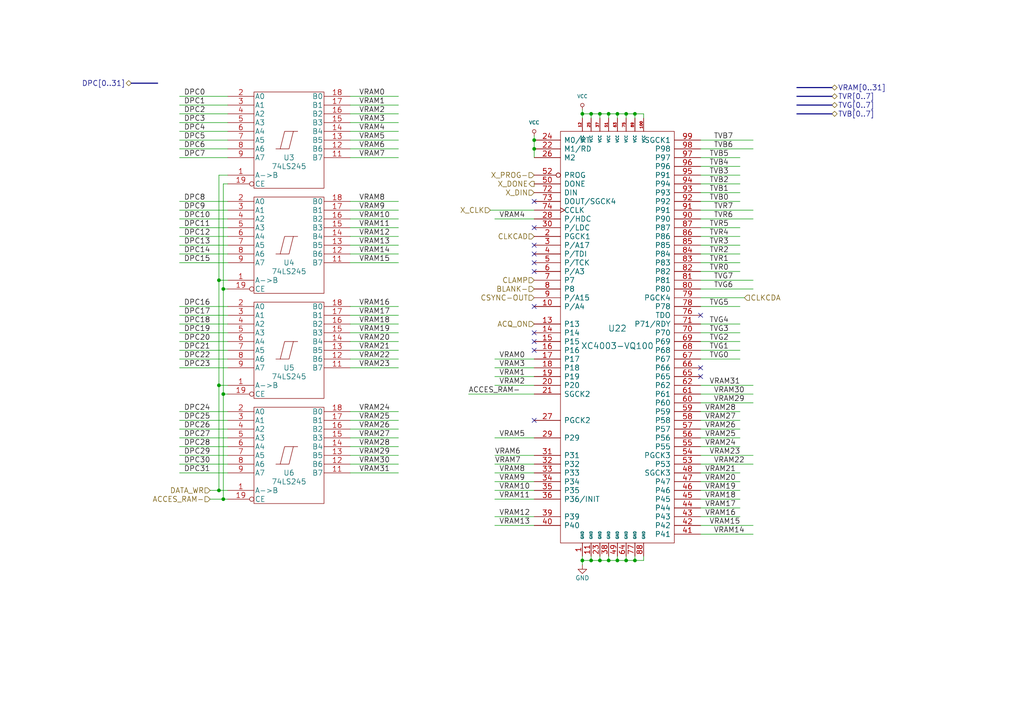
<source format=kicad_sch>
(kicad_sch (version 20250114) (generator "eeschema") (generator_version "9.0")
  (paper "A4")
  (title_block (title "Video") (date "Sun 22 Mar 2015") (rev "2.0B") (company "Kicad EDA"))
  (lib_symbols
    (symbol "74LS245_1" (pin_names (offset 0.254))
      (property "Reference" "U" (at 2.54 14.605 0))
      (property "Value" "74LS245" (at 1.27 -14.605 0))
      (symbol "74LS245_1_0_0"
        (pin power_in line (at 0 13.97 270) (length 0) (hide yes) (name "VCC") (number "20"))
        (pin power_in line (at 0 -13.97 90) (length 0) (hide yes) (name "GND") (number "10"))
      )
      (symbol "74LS245_1_0_1"
        (rectangle (start -10.16 13.97) (end 10.16 -13.97))
        (polyline (pts (xy 1.27 2.54) (xy 0 -2.54) (xy -2.54 -2.54)))
        (polyline (pts (xy 2.54 2.54) (xy -1.27 2.54) (xy -2.54 -2.54) (xy -3.81 -2.54)))
      )
      (symbol "74LS245_1_1_1"
        (pin tri_state line (at -17.78 12.7 0) (length 7.62) (name "A0") (number "2"))
        (pin tri_state line (at -17.78 10.16 0) (length 7.62) (name "A1") (number "3"))
        (pin tri_state line (at -17.78 7.62 0) (length 7.62) (name "A2") (number "4"))
        (pin tri_state line (at -17.78 5.08 0) (length 7.62) (name "A3") (number "5"))
        (pin tri_state line (at -17.78 2.54 0) (length 7.62) (name "A4") (number "6"))
        (pin tri_state line (at -17.78 0 0) (length 7.62) (name "A5") (number "7"))
        (pin tri_state line (at -17.78 -2.54 0) (length 7.62) (name "A6") (number "8"))
        (pin tri_state line (at -17.78 -5.08 0) (length 7.62) (name "A7") (number "9"))
        (pin input line (at -17.78 -10.16 0) (length 7.62) (name "A->B") (number "1"))
        (pin input inverted (at -17.78 -12.7 0) (length 7.62) (name "CE") (number "19"))
        (pin tri_state line (at 17.78 12.7 180) (length 7.62) (name "B0") (number "18"))
        (pin tri_state line (at 17.78 10.16 180) (length 7.62) (name "B1") (number "17"))
        (pin tri_state line (at 17.78 7.62 180) (length 7.62) (name "B2") (number "16"))
        (pin tri_state line (at 17.78 5.08 180) (length 7.62) (name "B3") (number "15"))
        (pin tri_state line (at 17.78 2.54 180) (length 7.62) (name "B4") (number "14"))
        (pin tri_state line (at 17.78 0 180) (length 7.62) (name "B5") (number "13"))
        (pin tri_state line (at 17.78 -2.54 180) (length 7.62) (name "B6") (number "12"))
        (pin tri_state line (at 17.78 -5.08 180) (length 7.62) (name "B7") (number "11"))
      )
    )
    (symbol "74LS245_2" (pin_names (offset 0.254))
      (property "Reference" "U" (at 2.54 14.605 0))
      (property "Value" "74LS245" (at 1.27 -14.605 0))
      (symbol "74LS245_2_0_0"
        (pin power_in line (at 0 13.97 270) (length 0) (hide yes) (name "VCC") (number "20"))
        (pin power_in line (at 0 -13.97 90) (length 0) (hide yes) (name "GND") (number "10"))
      )
      (symbol "74LS245_2_0_1"
        (rectangle (start -10.16 13.97) (end 10.16 -13.97))
        (polyline (pts (xy 1.27 2.54) (xy 0 -2.54) (xy -2.54 -2.54)))
        (polyline (pts (xy 2.54 2.54) (xy -1.27 2.54) (xy -2.54 -2.54) (xy -3.81 -2.54)))
      )
      (symbol "74LS245_2_1_1"
        (pin tri_state line (at -17.78 12.7 0) (length 7.62) (name "A0") (number "2"))
        (pin tri_state line (at -17.78 10.16 0) (length 7.62) (name "A1") (number "3"))
        (pin tri_state line (at -17.78 7.62 0) (length 7.62) (name "A2") (number "4"))
        (pin tri_state line (at -17.78 5.08 0) (length 7.62) (name "A3") (number "5"))
        (pin tri_state line (at -17.78 2.54 0) (length 7.62) (name "A4") (number "6"))
        (pin tri_state line (at -17.78 0 0) (length 7.62) (name "A5") (number "7"))
        (pin tri_state line (at -17.78 -2.54 0) (length 7.62) (name "A6") (number "8"))
        (pin tri_state line (at -17.78 -5.08 0) (length 7.62) (name "A7") (number "9"))
        (pin input line (at -17.78 -10.16 0) (length 7.62) (name "A->B") (number "1"))
        (pin input inverted (at -17.78 -12.7 0) (length 7.62) (name "CE") (number "19"))
        (pin tri_state line (at 17.78 12.7 180) (length 7.62) (name "B0") (number "18"))
        (pin tri_state line (at 17.78 10.16 180) (length 7.62) (name "B1") (number "17"))
        (pin tri_state line (at 17.78 7.62 180) (length 7.62) (name "B2") (number "16"))
        (pin tri_state line (at 17.78 5.08 180) (length 7.62) (name "B3") (number "15"))
        (pin tri_state line (at 17.78 2.54 180) (length 7.62) (name "B4") (number "14"))
        (pin tri_state line (at 17.78 0 180) (length 7.62) (name "B5") (number "13"))
        (pin tri_state line (at 17.78 -2.54 180) (length 7.62) (name "B6") (number "12"))
        (pin tri_state line (at 17.78 -5.08 180) (length 7.62) (name "B7") (number "11"))
      )
    )
    (symbol "74LS245_3" (pin_names (offset 0.254))
      (property "Reference" "U" (at 2.54 14.605 0))
      (property "Value" "74LS245" (at 1.27 -14.605 0))
      (symbol "74LS245_3_0_0"
        (pin power_in line (at 0 13.97 270) (length 0) (hide yes) (name "VCC") (number "20"))
        (pin power_in line (at 0 -13.97 90) (length 0) (hide yes) (name "GND") (number "10"))
      )
      (symbol "74LS245_3_0_1"
        (rectangle (start -10.16 13.97) (end 10.16 -13.97))
        (polyline (pts (xy 1.27 2.54) (xy 0 -2.54) (xy -2.54 -2.54)))
        (polyline (pts (xy 2.54 2.54) (xy -1.27 2.54) (xy -2.54 -2.54) (xy -3.81 -2.54)))
      )
      (symbol "74LS245_3_1_1"
        (pin tri_state line (at -17.78 12.7 0) (length 7.62) (name "A0") (number "2"))
        (pin tri_state line (at -17.78 10.16 0) (length 7.62) (name "A1") (number "3"))
        (pin tri_state line (at -17.78 7.62 0) (length 7.62) (name "A2") (number "4"))
        (pin tri_state line (at -17.78 5.08 0) (length 7.62) (name "A3") (number "5"))
        (pin tri_state line (at -17.78 2.54 0) (length 7.62) (name "A4") (number "6"))
        (pin tri_state line (at -17.78 0 0) (length 7.62) (name "A5") (number "7"))
        (pin tri_state line (at -17.78 -2.54 0) (length 7.62) (name "A6") (number "8"))
        (pin tri_state line (at -17.78 -5.08 0) (length 7.62) (name "A7") (number "9"))
        (pin input line (at -17.78 -10.16 0) (length 7.62) (name "A->B") (number "1"))
        (pin input inverted (at -17.78 -12.7 0) (length 7.62) (name "CE") (number "19"))
        (pin tri_state line (at 17.78 12.7 180) (length 7.62) (name "B0") (number "18"))
        (pin tri_state line (at 17.78 10.16 180) (length 7.62) (name "B1") (number "17"))
        (pin tri_state line (at 17.78 7.62 180) (length 7.62) (name "B2") (number "16"))
        (pin tri_state line (at 17.78 5.08 180) (length 7.62) (name "B3") (number "15"))
        (pin tri_state line (at 17.78 2.54 180) (length 7.62) (name "B4") (number "14"))
        (pin tri_state line (at 17.78 0 180) (length 7.62) (name "B5") (number "13"))
        (pin tri_state line (at 17.78 -2.54 180) (length 7.62) (name "B6") (number "12"))
        (pin tri_state line (at 17.78 -5.08 180) (length 7.62) (name "B7") (number "11"))
      )
    )
    (symbol "power:GND" (power) (pin_numbers (hide yes)) (pin_names (offset 0) (hide yes))
      (property "Value" "GND" (at 0 -3.81 0))
      (symbol "GND_0_1"
        (polyline (pts (xy 0 0) (xy 0 -1.27) (xy 1.27 -1.27) (xy 0 -2.54) (xy -1.27 -1.27) (xy 0 -1.27)))
      )
      (symbol "GND_1_1"
        (pin power_in line (at 0 0 270) (length 0) (name "~") (number "1"))
      )
    )
    (symbol "video_schlib:74LS245" (pin_names (offset 0.254))
      (property "Reference" "U" (at 2.54 14.605 0))
      (property "Value" "74LS245" (at 1.27 -14.605 0))
      (symbol "74LS245_0_0"
        (pin power_in line (at 0 13.97 270) (length 0) (hide yes) (name "VCC") (number "20"))
        (pin power_in line (at 0 -13.97 90) (length 0) (hide yes) (name "GND") (number "10"))
      )
      (symbol "74LS245_0_1"
        (rectangle (start -10.16 13.97) (end 10.16 -13.97))
        (polyline (pts (xy 1.27 2.54) (xy 0 -2.54) (xy -2.54 -2.54)))
        (polyline (pts (xy 2.54 2.54) (xy -1.27 2.54) (xy -2.54 -2.54) (xy -3.81 -2.54)))
      )
      (symbol "74LS245_1_1"
        (pin tri_state line (at -17.78 12.7 0) (length 7.62) (name "A0") (number "2"))
        (pin tri_state line (at -17.78 10.16 0) (length 7.62) (name "A1") (number "3"))
        (pin tri_state line (at -17.78 7.62 0) (length 7.62) (name "A2") (number "4"))
        (pin tri_state line (at -17.78 5.08 0) (length 7.62) (name "A3") (number "5"))
        (pin tri_state line (at -17.78 2.54 0) (length 7.62) (name "A4") (number "6"))
        (pin tri_state line (at -17.78 0 0) (length 7.62) (name "A5") (number "7"))
        (pin tri_state line (at -17.78 -2.54 0) (length 7.62) (name "A6") (number "8"))
        (pin tri_state line (at -17.78 -5.08 0) (length 7.62) (name "A7") (number "9"))
        (pin input line (at -17.78 -10.16 0) (length 7.62) (name "A->B") (number "1"))
        (pin input inverted (at -17.78 -12.7 0) (length 7.62) (name "CE") (number "19"))
        (pin tri_state line (at 17.78 12.7 180) (length 7.62) (name "B0") (number "18"))
        (pin tri_state line (at 17.78 10.16 180) (length 7.62) (name "B1") (number "17"))
        (pin tri_state line (at 17.78 7.62 180) (length 7.62) (name "B2") (number "16"))
        (pin tri_state line (at 17.78 5.08 180) (length 7.62) (name "B3") (number "15"))
        (pin tri_state line (at 17.78 2.54 180) (length 7.62) (name "B4") (number "14"))
        (pin tri_state line (at 17.78 0 180) (length 7.62) (name "B5") (number "13"))
        (pin tri_state line (at 17.78 -2.54 180) (length 7.62) (name "B6") (number "12"))
        (pin tri_state line (at 17.78 -5.08 180) (length 7.62) (name "B7") (number "11"))
      )
    )
    (symbol "video_schlib:VCC" (power) (pin_names (offset 0))
      (property "Value" "VCC" (at 0 2.54 0))
      (symbol "VCC_0_0"
        (pin power_in line (at 0 0 90) (length 0) (hide yes) (name "VCC") (number "1"))
      )
      (symbol "VCC_0_1"
        (circle (center 0 1.27) (radius 0.508))
        (polyline (pts (xy 0 0) (xy 0 0.762) (xy 0 0.762)))
      )
    )
    (symbol "video_schlib:XC4003-VQ100" (pin_names (offset 1.016))
      (property "Reference" "U" (at 0 2.54 0))
      (property "Value" "XC4003-VQ100" (at 0 -2.54 0))
      (symbol "XC4003-VQ100_0_1"
        (rectangle (start -16.51 -59.69) (end 16.51 59.69))
      )
      (symbol "XC4003-VQ100_1_1"
        (pin input line (at -24.13 57.15 0) (length 7.62) (name "M0/RT") (number "24"))
        (pin input line (at -24.13 54.61 0) (length 7.62) (name "M1/RD") (number "22"))
        (pin passive line (at -24.13 52.07 0) (length 7.62) (name "M2") (number "26"))
        (pin input inverted (at -24.13 46.99 0) (length 7.62) (name "PROG") (number "52"))
        (pin open_collector line (at -24.13 44.45 0) (length 7.62) (name "DONE") (number "50"))
        (pin passive line (at -24.13 41.91 0) (length 7.62) (name "DIN") (number "72"))
        (pin passive line (at -24.13 39.37 0) (length 7.62) (name "DOUT/SGCK4") (number "73"))
        (pin input clock (at -24.13 36.83 0) (length 7.62) (name "CCLK") (number "74"))
        (pin passive line (at -24.13 34.29 0) (length 7.62) (name "P/HDC") (number "28"))
        (pin passive line (at -24.13 31.75 0) (length 7.62) (name "P/LDC") (number "30"))
        (pin passive line (at -24.13 29.21 0) (length 7.62) (name "PGCK1") (number "2"))
        (pin passive line (at -24.13 26.67 0) (length 7.62) (name "P/A17") (number "3"))
        (pin passive line (at -24.13 24.13 0) (length 7.62) (name "P/TDI") (number "4"))
        (pin passive line (at -24.13 21.59 0) (length 7.62) (name "P/TCK") (number "5"))
        (pin passive line (at -24.13 19.05 0) (length 7.62) (name "P/A3") (number "6"))
        (pin passive line (at -24.13 16.51 0) (length 7.62) (name "P7") (number "7"))
        (pin passive line (at -24.13 13.97 0) (length 7.62) (name "P8") (number "8"))
        (pin passive line (at -24.13 11.43 0) (length 7.62) (name "P/A15") (number "9"))
        (pin passive line (at -24.13 8.89 0) (length 7.62) (name "P/A4") (number "10"))
        (pin bidirectional line (at -24.13 3.81 0) (length 7.62) (name "P13") (number "13"))
        (pin passive line (at -24.13 1.27 0) (length 7.62) (name "P14") (number "14"))
        (pin passive line (at -24.13 -1.27 0) (length 7.62) (name "P15") (number "15"))
        (pin passive line (at -24.13 -3.81 0) (length 7.62) (name "P16") (number "16"))
        (pin passive line (at -24.13 -6.35 0) (length 7.62) (name "P17") (number "17"))
        (pin passive line (at -24.13 -8.89 0) (length 7.62) (name "P18") (number "18"))
        (pin passive line (at -24.13 -11.43 0) (length 7.62) (name "P19") (number "19"))
        (pin passive line (at -24.13 -13.97 0) (length 7.62) (name "P20") (number "20"))
        (pin passive line (at -24.13 -16.51 0) (length 7.62) (name "SGCK2") (number "21"))
        (pin passive line (at -24.13 -24.13 0) (length 7.62) (name "PGCK2") (number "27"))
        (pin passive line (at -24.13 -29.21 0) (length 7.62) (name "P29") (number "29"))
        (pin passive line (at -24.13 -34.29 0) (length 7.62) (name "P31") (number "31"))
        (pin passive line (at -24.13 -36.83 0) (length 7.62) (name "P32") (number "32"))
        (pin passive line (at -24.13 -39.37 0) (length 7.62) (name "P33") (number "33"))
        (pin passive line (at -24.13 -41.91 0) (length 7.62) (name "P34") (number "34"))
        (pin passive line (at -24.13 -44.45 0) (length 7.62) (name "P35") (number "35"))
        (pin passive line (at -24.13 -46.99 0) (length 7.62) (name "P36/INIT") (number "36"))
        (pin passive line (at -24.13 -52.07 0) (length 7.62) (name "P39") (number "39"))
        (pin passive line (at -24.13 -54.61 0) (length 7.62) (name "P40") (number "40"))
        (pin power_in line (at -10.16 63.5 270) (length 3.81) (name "VCC") (number "12"))
        (pin power_in line (at -10.16 -63.5 90) (length 3.81) (name "GND") (number "1"))
        (pin power_in line (at -7.62 63.5 270) (length 3.81) (name "VCC") (number "25"))
        (pin power_in line (at -7.62 -63.5 90) (length 3.81) (name "GND") (number "11"))
        (pin power_in line (at -5.08 63.5 270) (length 3.81) (name "VCC") (number "37"))
        (pin power_in line (at -5.08 -63.5 90) (length 3.81) (name "GND") (number "23"))
        (pin power_in line (at -2.54 63.5 270) (length 3.81) (name "VCC") (number "51"))
        (pin power_in line (at -2.54 -63.5 90) (length 3.81) (name "GND") (number "38"))
        (pin power_in line (at 0 63.5 270) (length 3.81) (name "VCC") (number "63"))
        (pin power_in line (at 0 -63.5 90) (length 3.81) (name "GND") (number "49"))
        (pin power_in line (at 2.54 63.5 270) (length 3.81) (name "VCC") (number "75"))
        (pin power_in line (at 2.54 -63.5 90) (length 3.81) (name "GND") (number "64"))
        (pin power_in line (at 5.08 63.5 270) (length 3.81) (name "VCC") (number "89"))
        (pin power_in line (at 5.08 -63.5 90) (length 3.81) (name "GND") (number "77"))
        (pin power_in line (at 7.62 63.5 270) (length 3.81) (name "VCC") (number "100"))
        (pin power_in line (at 7.62 -63.5 90) (length 3.81) (name "GND") (number "88"))
        (pin bidirectional line (at 24.13 57.15 180) (length 7.62) (name "SGCK1") (number "99"))
        (pin bidirectional line (at 24.13 54.61 180) (length 7.62) (name "P98") (number "98"))
        (pin passive line (at 24.13 52.07 180) (length 7.62) (name "P97") (number "97"))
        (pin passive line (at 24.13 49.53 180) (length 7.62) (name "P96") (number "96"))
        (pin passive line (at 24.13 46.99 180) (length 7.62) (name "P91") (number "95"))
        (pin passive line (at 24.13 44.45 180) (length 7.62) (name "P94") (number "94"))
        (pin passive line (at 24.13 41.91 180) (length 7.62) (name "P93") (number "93"))
        (pin passive line (at 24.13 39.37 180) (length 7.62) (name "P92") (number "92"))
        (pin passive line (at 24.13 36.83 180) (length 7.62) (name "P91") (number "91"))
        (pin bidirectional line (at 24.13 34.29 180) (length 7.62) (name "P90") (number "90"))
        (pin passive line (at 24.13 31.75 180) (length 7.62) (name "P87") (number "87"))
        (pin passive line (at 24.13 29.21 180) (length 7.62) (name "P86") (number "86"))
        (pin passive line (at 24.13 26.67 180) (length 7.62) (name "P85") (number "85"))
        (pin passive line (at 24.13 24.13 180) (length 7.62) (name "P84") (number "84"))
        (pin passive line (at 24.13 21.59 180) (length 7.62) (name "P83") (number "83"))
        (pin passive line (at 24.13 19.05 180) (length 7.62) (name "P82") (number "82"))
        (pin passive line (at 24.13 16.51 180) (length 7.62) (name "P81") (number "81"))
        (pin passive line (at 24.13 13.97 180) (length 7.62) (name "P80") (number "80"))
        (pin passive line (at 24.13 11.43 180) (length 7.62) (name "PGCK4") (number "79"))
        (pin passive line (at 24.13 8.89 180) (length 7.62) (name "P78") (number "78"))
        (pin output line (at 24.13 6.35 180) (length 7.62) (name "TDO") (number "76"))
        (pin passive line (at 24.13 3.81 180) (length 7.62) (name "P71/RDY") (number "71"))
        (pin passive line (at 24.13 1.27 180) (length 7.62) (name "P70") (number "70"))
        (pin passive line (at 24.13 -1.27 180) (length 7.62) (name "P69") (number "69"))
        (pin passive line (at 24.13 -3.81 180) (length 7.62) (name "P68") (number "68"))
        (pin passive line (at 24.13 -6.35 180) (length 7.62) (name "P67") (number "67"))
        (pin passive line (at 24.13 -8.89 180) (length 7.62) (name "P66") (number "66"))
        (pin passive line (at 24.13 -11.43 180) (length 7.62) (name "P65") (number "65"))
        (pin passive line (at 24.13 -13.97 180) (length 7.62) (name "P62") (number "62"))
        (pin passive line (at 24.13 -16.51 180) (length 7.62) (name "P61") (number "61"))
        (pin passive line (at 24.13 -19.05 180) (length 7.62) (name "P60") (number "60"))
        (pin passive line (at 24.13 -21.59 180) (length 7.62) (name "P59") (number "59"))
        (pin passive line (at 24.13 -24.13 180) (length 7.62) (name "P58") (number "58"))
        (pin passive line (at 24.13 -26.67 180) (length 7.62) (name "P57") (number "57"))
        (pin bidirectional line (at 24.13 -29.21 180) (length 7.62) (name "P56") (number "56"))
        (pin passive line (at 24.13 -31.75 180) (length 7.62) (name "P55") (number "55"))
        (pin bidirectional line (at 24.13 -34.29 180) (length 7.62) (name "PGCK3") (number "54"))
        (pin bidirectional line (at 24.13 -36.83 180) (length 7.62) (name "P53") (number "53"))
        (pin passive line (at 24.13 -39.37 180) (length 7.62) (name "SGCK3") (number "48"))
        (pin passive line (at 24.13 -41.91 180) (length 7.62) (name "P47") (number "47"))
        (pin passive line (at 24.13 -44.45 180) (length 7.62) (name "P46") (number "46"))
        (pin passive line (at 24.13 -46.99 180) (length 7.62) (name "P45") (number "45"))
        (pin passive line (at 24.13 -49.53 180) (length 7.62) (name "P44") (number "44"))
        (pin passive line (at 24.13 -52.07 180) (length 7.62) (name "P43") (number "43"))
        (pin passive line (at 24.13 -54.61 180) (length 7.62) (name "P42") (number "42"))
        (pin passive line (at 24.13 -57.15 180) (length 7.62) (name "P41") (number "41"))
      )
    )
  )
  (junction (at 154.94 40.64) (diameter 0.9144))
  (junction (at 168.91 33.02))
  (junction (at 173.99 33.02))
  (junction (at 173.99 162.56))
  (junction (at 64.77 144.78) (diameter 0.9144))
  (junction (at 181.61 162.56))
  (junction (at 179.07 162.56))
  (junction (at 171.45 33.02))
  (junction (at 168.91 162.56))
  (junction (at 184.15 33.02))
  (junction (at 184.15 162.56))
  (junction (at 171.45 162.56))
  (junction (at 181.61 33.02))
  (junction (at 176.53 162.56))
  (junction (at 63.5 81.28) (diameter 0.9144))
  (junction (at 154.94 43.18) (diameter 0.9144))
  (junction (at 176.53 33.02))
  (junction (at 64.77 114.3) (diameter 0.9144))
  (junction (at 63.5 111.76) (diameter 0.9144))
  (junction (at 64.77 83.82) (diameter 0.9144))
  (junction (at 63.5 142.24) (diameter 0.9144))
  (junction (at 179.07 33.02))
  (no_connect (at 154.94 96.52))
  (no_connect (at 154.94 58.42))
  (no_connect (at 154.94 73.66))
  (no_connect (at 154.94 78.74))
  (no_connect (at 154.94 66.04))
  (no_connect (at 154.94 71.12))
  (no_connect (at 203.2 109.22))
  (no_connect (at 203.2 91.44))
  (no_connect (at 154.94 88.9))
  (no_connect (at 154.94 76.2))
  (no_connect (at 203.2 106.68))
  (no_connect (at 154.94 121.92))
  (no_connect (at 154.94 99.06))
  (no_connect (at 154.94 101.6))
  (wire (pts (xy 66.04 101.6) (xy 52.07 101.6)))
  (wire (pts (xy 143.51 149.86) (xy 154.94 149.86)))
  (wire (pts (xy 101.6 93.98) (xy 115.57 93.98)))
  (wire (pts (xy 154.94 40.64) (xy 154.94 39.37)))
  (wire (pts (xy 203.2 93.98) (xy 214.63 93.98)))
  (wire (pts (xy 203.2 101.6) (xy 214.63 101.6)))
  (wire (pts (xy 176.53 161.29) (xy 176.53 162.56)))
  (wire (pts (xy 154.94 43.18) (xy 154.94 40.64)))
  (wire (pts (xy 143.51 127) (xy 154.94 127)))
  (wire (pts (xy 63.5 50.8) (xy 66.04 50.8)))
  (wire (pts (xy 143.51 144.78) (xy 154.94 144.78)))
  (wire (pts (xy 63.5 142.24) (xy 66.04 142.24)))
  (wire (pts (xy 66.04 63.5) (xy 52.07 63.5)))
  (wire (pts (xy 176.53 162.56) (xy 173.99 162.56)))
  (wire (pts (xy 168.91 33.02) (xy 168.91 34.29)))
  (wire (pts (xy 154.94 45.72) (xy 154.94 43.18)))
  (wire (pts (xy 101.6 45.72) (xy 115.57 45.72)))
  (wire (pts (xy 66.04 45.72) (xy 52.07 45.72)))
  (wire (pts (xy 66.04 66.04) (xy 52.07 66.04)))
  (wire (pts (xy 66.04 27.94) (xy 52.07 27.94)))
  (wire (pts (xy 179.07 162.56) (xy 176.53 162.56)))
  (wire (pts (xy 66.04 58.42) (xy 52.07 58.42)))
  (wire (pts (xy 101.6 58.42) (xy 115.57 58.42)))
  (wire (pts (xy 101.6 134.62) (xy 115.57 134.62)))
  (wire (pts (xy 64.77 83.82) (xy 64.77 53.34)))
  (wire (pts (xy 203.2 45.72) (xy 214.63 45.72)))
  (wire (pts (xy 203.2 121.92) (xy 214.63 121.92)))
  (wire (pts (xy 218.44 81.28) (xy 203.2 81.28)))
  (wire (pts (xy 203.2 139.7) (xy 214.63 139.7)))
  (wire (pts (xy 179.07 161.29) (xy 179.07 162.56)))
  (bus (pts (xy 231.14 25.4) (xy 241.3 25.4)))
  (wire (pts (xy 203.2 88.9) (xy 214.63 88.9)))
  (wire (pts (xy 218.44 152.4) (xy 203.2 152.4)))
  (wire (pts (xy 66.04 88.9) (xy 52.07 88.9)))
  (wire (pts (xy 218.44 114.3) (xy 203.2 114.3)))
  (wire (pts (xy 171.45 161.29) (xy 171.45 162.56)))
  (wire (pts (xy 66.04 83.82) (xy 64.77 83.82)))
  (wire (pts (xy 66.04 30.48) (xy 52.07 30.48)))
  (wire (pts (xy 66.04 132.08) (xy 52.07 132.08)))
  (wire (pts (xy 154.94 60.96) (xy 142.24 60.96)))
  (wire (pts (xy 101.6 91.44) (xy 115.57 91.44)))
  (wire (pts (xy 101.6 101.6) (xy 115.57 101.6)))
  (wire (pts (xy 66.04 73.66) (xy 52.07 73.66)))
  (wire (pts (xy 171.45 33.02) (xy 173.99 33.02)))
  (wire (pts (xy 181.61 162.56) (xy 179.07 162.56)))
  (wire (pts (xy 66.04 35.56) (xy 52.07 35.56)))
  (wire (pts (xy 143.51 111.76) (xy 154.94 111.76)))
  (wire (pts (xy 143.51 152.4) (xy 154.94 152.4)))
  (wire (pts (xy 203.2 78.74) (xy 214.63 78.74)))
  (wire (pts (xy 203.2 124.46) (xy 214.63 124.46)))
  (wire (pts (xy 101.6 35.56) (xy 115.57 35.56)))
  (bus (pts (xy 231.14 30.48) (xy 241.3 30.48)))
  (wire (pts (xy 101.6 63.5) (xy 115.57 63.5)))
  (wire (pts (xy 101.6 73.66) (xy 115.57 73.66)))
  (wire (pts (xy 203.2 127) (xy 214.63 127)))
  (wire (pts (xy 66.04 127) (xy 52.07 127)))
  (wire (pts (xy 181.61 161.29) (xy 181.61 162.56)))
  (wire (pts (xy 218.44 132.08) (xy 203.2 132.08)))
  (wire (pts (xy 66.04 119.38) (xy 52.07 119.38)))
  (wire (pts (xy 181.61 33.02) (xy 181.61 34.29)))
  (wire (pts (xy 63.5 111.76) (xy 63.5 81.28)))
  (wire (pts (xy 101.6 137.16) (xy 115.57 137.16)))
  (wire (pts (xy 64.77 114.3) (xy 64.77 83.82)))
  (wire (pts (xy 101.6 43.18) (xy 115.57 43.18)))
  (wire (pts (xy 66.04 114.3) (xy 64.77 114.3)))
  (wire (pts (xy 101.6 66.04) (xy 115.57 66.04)))
  (wire (pts (xy 101.6 121.92) (xy 115.57 121.92)))
  (wire (pts (xy 171.45 33.02) (xy 171.45 34.29)))
  (wire (pts (xy 203.2 66.04) (xy 214.63 66.04)))
  (wire (pts (xy 218.44 111.76) (xy 203.2 111.76)))
  (wire (pts (xy 179.07 34.29) (xy 179.07 33.02)))
  (wire (pts (xy 64.77 53.34) (xy 66.04 53.34)))
  (wire (pts (xy 203.2 144.78) (xy 214.63 144.78)))
  (wire (pts (xy 101.6 124.46) (xy 115.57 124.46)))
  (wire (pts (xy 218.44 43.18) (xy 203.2 43.18)))
  (wire (pts (xy 66.04 93.98) (xy 52.07 93.98)))
  (wire (pts (xy 184.15 33.02) (xy 186.69 33.02)))
  (wire (pts (xy 179.07 33.02) (xy 181.61 33.02)))
  (wire (pts (xy 203.2 50.8) (xy 214.63 50.8)))
  (wire (pts (xy 66.04 121.92) (xy 52.07 121.92)))
  (wire (pts (xy 171.45 162.56) (xy 168.91 162.56)))
  (wire (pts (xy 203.2 73.66) (xy 214.63 73.66)))
  (wire (pts (xy 203.2 99.06) (xy 214.63 99.06)))
  (wire (pts (xy 66.04 99.06) (xy 52.07 99.06)))
  (wire (pts (xy 66.04 68.58) (xy 52.07 68.58)))
  (wire (pts (xy 168.91 31.75) (xy 168.91 33.02)))
  (wire (pts (xy 186.69 162.56) (xy 184.15 162.56)))
  (wire (pts (xy 66.04 91.44) (xy 52.07 91.44)))
  (wire (pts (xy 203.2 68.58) (xy 214.63 68.58)))
  (wire (pts (xy 66.04 104.14) (xy 52.07 104.14)))
  (wire (pts (xy 203.2 53.34) (xy 214.63 53.34)))
  (wire (pts (xy 173.99 161.29) (xy 173.99 162.56)))
  (wire (pts (xy 203.2 104.14) (xy 214.63 104.14)))
  (wire (pts (xy 60.96 142.24) (xy 63.5 142.24)))
  (wire (pts (xy 203.2 129.54) (xy 214.63 129.54)))
  (wire (pts (xy 66.04 124.46) (xy 52.07 124.46)))
  (wire (pts (xy 218.44 60.96) (xy 203.2 60.96)))
  (wire (pts (xy 184.15 162.56) (xy 181.61 162.56)))
  (wire (pts (xy 203.2 119.38) (xy 214.63 119.38)))
  (wire (pts (xy 66.04 96.52) (xy 52.07 96.52)))
  (wire (pts (xy 101.6 104.14) (xy 115.57 104.14)))
  (wire (pts (xy 218.44 63.5) (xy 203.2 63.5)))
  (wire (pts (xy 66.04 38.1) (xy 52.07 38.1)))
  (wire (pts (xy 203.2 55.88) (xy 214.63 55.88)))
  (wire (pts (xy 143.51 142.24) (xy 154.94 142.24)))
  (wire (pts (xy 203.2 137.16) (xy 214.63 137.16)))
  (wire (pts (xy 203.2 48.26) (xy 214.63 48.26)))
  (wire (pts (xy 143.51 139.7) (xy 154.94 139.7)))
  (wire (pts (xy 101.6 132.08) (xy 115.57 132.08)))
  (wire (pts (xy 168.91 33.02) (xy 171.45 33.02)))
  (wire (pts (xy 101.6 88.9) (xy 115.57 88.9)))
  (wire (pts (xy 176.53 33.02) (xy 179.07 33.02)))
  (wire (pts (xy 101.6 99.06) (xy 115.57 99.06)))
  (wire (pts (xy 63.5 142.24) (xy 63.5 111.76)))
  (wire (pts (xy 66.04 43.18) (xy 52.07 43.18)))
  (wire (pts (xy 203.2 147.32) (xy 214.63 147.32)))
  (wire (pts (xy 101.6 33.02) (xy 115.57 33.02)))
  (wire (pts (xy 101.6 106.68) (xy 115.57 106.68)))
  (wire (pts (xy 66.04 60.96) (xy 52.07 60.96)))
  (wire (pts (xy 101.6 30.48) (xy 115.57 30.48)))
  (wire (pts (xy 173.99 33.02) (xy 176.53 33.02)))
  (wire (pts (xy 66.04 106.68) (xy 52.07 106.68)))
  (wire (pts (xy 218.44 40.64) (xy 203.2 40.64)))
  (wire (pts (xy 176.53 33.02) (xy 176.53 34.29)))
  (wire (pts (xy 143.51 106.68) (xy 154.94 106.68)))
  (bus (pts (xy 231.14 33.02) (xy 241.3 33.02)))
  (wire (pts (xy 184.15 33.02) (xy 184.15 34.29)))
  (wire (pts (xy 101.6 96.52) (xy 115.57 96.52)))
  (bus (pts (xy 38.1 24.13) (xy 45.72 24.13)))
  (wire (pts (xy 203.2 76.2) (xy 214.63 76.2)))
  (wire (pts (xy 66.04 144.78) (xy 64.77 144.78)))
  (wire (pts (xy 101.6 129.54) (xy 115.57 129.54)))
  (wire (pts (xy 168.91 161.29) (xy 168.91 162.56)))
  (wire (pts (xy 203.2 96.52) (xy 214.63 96.52)))
  (wire (pts (xy 181.61 33.02) (xy 184.15 33.02)))
  (wire (pts (xy 101.6 127) (xy 115.57 127)))
  (wire (pts (xy 66.04 129.54) (xy 52.07 129.54)))
  (wire (pts (xy 218.44 83.82) (xy 203.2 83.82)))
  (wire (pts (xy 66.04 137.16) (xy 52.07 137.16)))
  (wire (pts (xy 66.04 33.02) (xy 52.07 33.02)))
  (wire (pts (xy 66.04 40.64) (xy 52.07 40.64)))
  (wire (pts (xy 184.15 161.29) (xy 184.15 162.56)))
  (wire (pts (xy 64.77 144.78) (xy 64.77 114.3)))
  (wire (pts (xy 154.94 134.62) (xy 143.51 134.62)))
  (wire (pts (xy 101.6 38.1) (xy 115.57 38.1)))
  (wire (pts (xy 203.2 142.24) (xy 214.63 142.24)))
  (wire (pts (xy 218.44 154.94) (xy 203.2 154.94)))
  (wire (pts (xy 168.91 162.56) (xy 168.91 163.83)))
  (wire (pts (xy 186.69 33.02) (xy 186.69 34.29)))
  (wire (pts (xy 143.51 109.22) (xy 154.94 109.22)))
  (wire (pts (xy 203.2 86.36) (xy 215.9 86.36)))
  (wire (pts (xy 64.77 144.78) (xy 60.96 144.78)))
  (wire (pts (xy 101.6 119.38) (xy 115.57 119.38)))
  (wire (pts (xy 101.6 40.64) (xy 115.57 40.64)))
  (wire (pts (xy 101.6 60.96) (xy 115.57 60.96)))
  (wire (pts (xy 154.94 114.3) (xy 135.89 114.3)))
  (wire (pts (xy 143.51 137.16) (xy 154.94 137.16)))
  (wire (pts (xy 173.99 33.02) (xy 173.99 34.29)))
  (wire (pts (xy 66.04 81.28) (xy 63.5 81.28)))
  (wire (pts (xy 173.99 162.56) (xy 171.45 162.56)))
  (wire (pts (xy 203.2 71.12) (xy 214.63 71.12)))
  (wire (pts (xy 66.04 134.62) (xy 52.07 134.62)))
  (wire (pts (xy 101.6 76.2) (xy 115.57 76.2)))
  (wire (pts (xy 66.04 76.2) (xy 52.07 76.2)))
  (wire (pts (xy 203.2 58.42) (xy 214.63 58.42)))
  (wire (pts (xy 66.04 111.76) (xy 63.5 111.76)))
  (wire (pts (xy 63.5 81.28) (xy 63.5 50.8)))
  (wire (pts (xy 66.04 71.12) (xy 52.07 71.12)))
  (wire (pts (xy 101.6 68.58) (xy 115.57 68.58)))
  (wire (pts (xy 143.51 63.5) (xy 154.94 63.5)))
  (wire (pts (xy 186.69 161.29) (xy 186.69 162.56)))
  (wire (pts (xy 101.6 27.94) (xy 115.57 27.94)))
  (wire (pts (xy 101.6 71.12) (xy 115.57 71.12)))
  (wire (pts (xy 218.44 116.84) (xy 203.2 116.84)))
  (wire (pts (xy 143.51 104.14) (xy 154.94 104.14)))
  (wire (pts (xy 218.44 134.62) (xy 203.2 134.62)))
  (wire (pts (xy 203.2 149.86) (xy 214.63 149.86)))
  (bus (pts (xy 231.14 27.94) (xy 241.3 27.94)))
  (wire (pts (xy 154.94 132.08) (xy 143.51 132.08)))
  (label "DPC1" (at 53.34 30.48 0) (effects (font (size 1.524 1.524))))
  (label "VRAM10" (at 144.78 142.24 0) (effects (font (size 1.524 1.524))))
  (label "TVR2" (at 205.74 73.66 0) (effects (font (size 1.524 1.524))))
  (label "VRAM30" (at 104.14 134.62 0) (effects (font (size 1.524 1.524))))
  (label "TVB4" (at 205.74 48.26 0) (effects (font (size 1.524 1.524))))
  (label "VRAM24" (at 204.47 129.54 0) (effects (font (size 1.524 1.524))))
  (label "VRAM8" (at 104.14 58.42 0) (effects (font (size 1.524 1.524))))
  (label "DPC27" (at 53.34 127 0) (effects (font (size 1.524 1.524))))
  (label "TVR0" (at 205.74 78.74 0) (effects (font (size 1.524 1.524))))
  (label "VRAM5" (at 104.14 40.64 0) (effects (font (size 1.524 1.524))))
  (label "TVB0" (at 205.74 58.42 0) (effects (font (size 1.524 1.524))))
  (label "DPC17" (at 53.34 91.44 0) (effects (font (size 1.524 1.524))))
  (label "DPC3" (at 53.34 35.56 0) (effects (font (size 1.524 1.524))))
  (label "VRAM8" (at 144.78 137.16 0) (effects (font (size 1.524 1.524))))
  (label "VRAM27" (at 204.47 121.92 0) (effects (font (size 1.524 1.524))))
  (label "VRAM11" (at 144.78 144.78 0) (effects (font (size 1.524 1.524))))
  (label "VRAM21" (at 104.14 101.6 0) (effects (font (size 1.524 1.524))))
  (label "VRAM14" (at 207.01 154.94 0) (effects (font (size 1.524 1.524))))
  (label "VRAM11" (at 104.14 66.04 0) (effects (font (size 1.524 1.524))))
  (label "VRAM20" (at 104.14 99.06 0) (effects (font (size 1.524 1.524))))
  (label "VRAM24" (at 104.14 119.38 0) (effects (font (size 1.524 1.524))))
  (label "DPC16" (at 53.34 88.9 0) (effects (font (size 1.524 1.524))))
  (label "VRAM9" (at 104.14 60.96 0) (effects (font (size 1.524 1.524))))
  (label "VRAM22" (at 207.01 134.62 0) (effects (font (size 1.524 1.524))))
  (label "VRAM5" (at 144.78 127 0) (effects (font (size 1.524 1.524))))
  (label "VRAM19" (at 204.47 142.24 0) (effects (font (size 1.524 1.524))))
  (label "TVG2" (at 205.74 99.06 0) (effects (font (size 1.524 1.524))))
  (label "VRAM17" (at 204.47 147.32 0) (effects (font (size 1.524 1.524))))
  (label "TVB7" (at 207.01 40.64 0) (effects (font (size 1.524 1.524))))
  (label "DPC18" (at 53.34 93.98 0) (effects (font (size 1.524 1.524))))
  (label "VRAM12" (at 144.78 149.86 0) (effects (font (size 1.524 1.524))))
  (label "VRAM3" (at 144.78 106.68 0) (effects (font (size 1.524 1.524))))
  (label "VRAM25" (at 104.14 121.92 0) (effects (font (size 1.524 1.524))))
  (label "VRAM30" (at 207.01 114.3 0) (effects (font (size 1.524 1.524))))
  (label "TVR4" (at 205.74 68.58 0) (effects (font (size 1.524 1.524))))
  (label "TVR5" (at 205.74 66.04 0) (effects (font (size 1.524 1.524))))
  (label "TVG4" (at 205.74 93.98 0) (effects (font (size 1.524 1.524))))
  (label "DPC20" (at 53.34 99.06 0) (effects (font (size 1.524 1.524))))
  (label "VRAM22" (at 104.14 104.14 0) (effects (font (size 1.524 1.524))))
  (label "DPC25" (at 53.34 121.92 0) (effects (font (size 1.524 1.524))))
  (label "VRAM12" (at 104.14 68.58 0) (effects (font (size 1.524 1.524))))
  (label "DPC6" (at 53.34 43.18 0) (effects (font (size 1.524 1.524))))
  (label "VRAM0" (at 144.78 104.14 0) (effects (font (size 1.524 1.524))))
  (label "TVB1" (at 205.74 55.88 0) (effects (font (size 1.524 1.524))))
  (label "DPC24" (at 53.34 119.38 0) (effects (font (size 1.524 1.524))))
  (label "VRAM27" (at 104.14 127 0) (effects (font (size 1.524 1.524))))
  (label "VRAM4" (at 104.14 38.1 0) (effects (font (size 1.524 1.524))))
  (label "VRAM23" (at 205.74 132.08 0) (effects (font (size 1.524 1.524))))
  (label "DPC10" (at 53.34 63.5 0) (effects (font (size 1.524 1.524))))
  (label "DPC12" (at 53.34 68.58 0) (effects (font (size 1.524 1.524))))
  (label "TVG5" (at 205.74 88.9 0) (effects (font (size 1.524 1.524))))
  (label "VRAM9" (at 144.78 139.7 0) (effects (font (size 1.524 1.524))))
  (label "VRAM31" (at 205.74 111.76 0) (effects (font (size 1.524 1.524))))
  (label "DPC0" (at 53.34 27.94 0) (effects (font (size 1.524 1.524))))
  (label "VRAM20" (at 204.47 139.7 0) (effects (font (size 1.524 1.524))))
  (label "DPC15" (at 53.34 76.2 0) (effects (font (size 1.524 1.524))))
  (label "TVB3" (at 205.74 50.8 0) (effects (font (size 1.524 1.524))))
  (label "DPC5" (at 53.34 40.64 0) (effects (font (size 1.524 1.524))))
  (label "VRAM0" (at 104.14 27.94 0) (effects (font (size 1.524 1.524))))
  (label "DPC29" (at 53.34 132.08 0) (effects (font (size 1.524 1.524))))
  (label "VRAM6" (at 143.51 132.08 0) (effects (font (size 1.524 1.524))))
  (label "VRAM16" (at 204.47 149.86 0) (effects (font (size 1.524 1.524))))
  (label "VRAM1" (at 104.14 30.48 0) (effects (font (size 1.524 1.524))))
  (label "VRAM18" (at 204.47 144.78 0) (effects (font (size 1.524 1.524))))
  (label "VRAM29" (at 104.14 132.08 0) (effects (font (size 1.524 1.524))))
  (label "VRAM18" (at 104.14 93.98 0) (effects (font (size 1.524 1.524))))
  (label "VRAM26" (at 104.14 124.46 0) (effects (font (size 1.524 1.524))))
  (label "TVG7" (at 207.01 81.28 0) (effects (font (size 1.524 1.524))))
  (label "VRAM6" (at 104.14 43.18 0) (effects (font (size 1.524 1.524))))
  (label "DPC28" (at 53.34 129.54 0) (effects (font (size 1.524 1.524))))
  (label "VRAM7" (at 104.14 45.72 0) (effects (font (size 1.524 1.524))))
  (label "VRAM7" (at 143.51 134.62 0) (effects (font (size 1.524 1.524))))
  (label "VRAM2" (at 144.78 111.76 0) (effects (font (size 1.524 1.524))))
  (label "VRAM14" (at 104.14 73.66 0) (effects (font (size 1.524 1.524))))
  (label "TVR3" (at 205.74 71.12 0) (effects (font (size 1.524 1.524))))
  (label "VRAM29" (at 207.01 116.84 0) (effects (font (size 1.524 1.524))))
  (label "DPC11" (at 53.34 66.04 0) (effects (font (size 1.524 1.524))))
  (label "VRAM2" (at 104.14 33.02 0) (effects (font (size 1.524 1.524))))
  (label "DPC8" (at 53.34 58.42 0) (effects (font (size 1.524 1.524))))
  (label "DPC7" (at 53.34 45.72 0) (effects (font (size 1.524 1.524))))
  (label "TVB6" (at 207.01 43.18 0) (effects (font (size 1.524 1.524))))
  (label "DPC19" (at 53.34 96.52 0) (effects (font (size 1.524 1.524))))
  (label "DPC14" (at 53.34 73.66 0) (effects (font (size 1.524 1.524))))
  (label "DPC31" (at 53.34 137.16 0) (effects (font (size 1.524 1.524))))
  (label "VRAM13" (at 104.14 71.12 0) (effects (font (size 1.524 1.524))))
  (label "TVB5" (at 205.74 45.72 0) (effects (font (size 1.524 1.524))))
  (label "VRAM28" (at 204.47 119.38 0) (effects (font (size 1.524 1.524))))
  (label "TVR6" (at 207.01 63.5 0) (effects (font (size 1.524 1.524))))
  (label "DPC23" (at 53.34 106.68 0) (effects (font (size 1.524 1.524))))
  (label "DPC21" (at 53.34 101.6 0) (effects (font (size 1.524 1.524))))
  (label "VRAM1" (at 144.78 109.22 0) (effects (font (size 1.524 1.524))))
  (label "VRAM28" (at 104.14 129.54 0) (effects (font (size 1.524 1.524))))
  (label "TVR1" (at 205.74 76.2 0) (effects (font (size 1.524 1.524))))
  (label "VRAM15" (at 104.14 76.2 0) (effects (font (size 1.524 1.524))))
  (label "DPC26" (at 53.34 124.46 0) (effects (font (size 1.524 1.524))))
  (label "TVG0" (at 205.74 104.14 0) (effects (font (size 1.524 1.524))))
  (label "VRAM4" (at 144.78 63.5 0) (effects (font (size 1.524 1.524))))
  (label "TVR7" (at 207.01 60.96 0) (effects (font (size 1.524 1.524))))
  (label "TVG6" (at 207.01 83.82 0) (effects (font (size 1.524 1.524))))
  (label "VRAM3" (at 104.14 35.56 0) (effects (font (size 1.524 1.524))))
  (label "DPC2" (at 53.34 33.02 0) (effects (font (size 1.524 1.524))))
  (label "DPC13" (at 53.34 71.12 0) (effects (font (size 1.524 1.524))))
  (label "VRAM31" (at 104.14 137.16 0) (effects (font (size 1.524 1.524))))
  (label "ACCES_RAM-" (at 135.89 114.3 0) (effects (font (size 1.524 1.524))))
  (label "TVB2" (at 205.74 53.34 0) (effects (font (size 1.524 1.524))))
  (label "VRAM16" (at 104.14 88.9 0) (effects (font (size 1.524 1.524))))
  (label "DPC30" (at 53.34 134.62 0) (effects (font (size 1.524 1.524))))
  (label "TVG1" (at 205.74 101.6 0) (effects (font (size 1.524 1.524))))
  (label "VRAM26" (at 204.47 124.46 0) (effects (font (size 1.524 1.524))))
  (label "DPC4" (at 53.34 38.1 0) (effects (font (size 1.524 1.524))))
  (label "VRAM17" (at 104.14 91.44 0) (effects (font (size 1.524 1.524))))
  (label "VRAM23" (at 104.14 106.68 0) (effects (font (size 1.524 1.524))))
  (label "VRAM15" (at 205.74 152.4 0) (effects (font (size 1.524 1.524))))
  (label "VRAM13" (at 144.78 152.4 0) (effects (font (size 1.524 1.524))))
  (label "VRAM21" (at 204.47 137.16 0) (effects (font (size 1.524 1.524))))
  (label "TVG3" (at 205.74 96.52 0) (effects (font (size 1.524 1.524))))
  (label "DPC9" (at 53.34 60.96 0) (effects (font (size 1.524 1.524))))
  (label "VRAM19" (at 104.14 96.52 0) (effects (font (size 1.524 1.524))))
  (label "VRAM25" (at 204.47 127 0) (effects (font (size 1.524 1.524))))
  (label "VRAM10" (at 104.14 63.5 0) (effects (font (size 1.524 1.524))))
  (label "DPC22" (at 53.34 104.14 0) (effects (font (size 1.524 1.524))))
  (hierarchical_label "X_CLK" (shape input) (at 142.24 60.96 180) (effects (font (size 1.524 1.524))))
  (hierarchical_label "CSYNC-OUT" (shape input) (at 154.94 86.36 180) (effects (font (size 1.524 1.524))))
  (hierarchical_label "CLAMP" (shape input) (at 154.94 81.28 180) (effects (font (size 1.524 1.524))))
  (hierarchical_label "TVG[0..7]" (shape bidirectional) (at 241.3 30.48 0) (effects (font (size 1.524 1.524))))
  (hierarchical_label "TVR[0..7]" (shape bidirectional) (at 241.3 27.94 0) (effects (font (size 1.524 1.524))))
  (hierarchical_label "X_PROG-" (shape input) (at 154.94 50.8 180) (effects (font (size 1.524 1.524))))
  (hierarchical_label "TVB[0..7]" (shape bidirectional) (at 241.3 33.02 0) (effects (font (size 1.524 1.524))))
  (hierarchical_label "CLKCAD" (shape input) (at 154.94 68.58 180) (effects (font (size 1.524 1.524))))
  (hierarchical_label "X_DONE" (shape output) (at 154.94 53.34 180) (effects (font (size 1.524 1.524))))
  (hierarchical_label "ACQ_ON" (shape input) (at 154.94 93.98 180) (effects (font (size 1.524 1.524))))
  (hierarchical_label "X_DIN" (shape input) (at 154.94 55.88 180) (effects (font (size 1.524 1.524))))
  (hierarchical_label "DPC[0..31]" (shape bidirectional) (at 38.1 24.13 180) (effects (font (size 1.524 1.524))))
  (hierarchical_label "DATA_WR" (shape input) (at 60.96 142.24 180) (effects (font (size 1.524 1.524))))
  (hierarchical_label "VRAM[0..31]" (shape bidirectional) (at 241.3 25.4 0) (effects (font (size 1.524 1.524))))
  (hierarchical_label "ACCES_RAM-" (shape input) (at 60.96 144.78 180) (effects (font (size 1.524 1.524))))
  (hierarchical_label "CLKCDA" (shape input) (at 215.9 86.36 0) (effects (font (size 1.524 1.524))))
  (hierarchical_label "BLANK-" (shape input) (at 154.94 83.82 180) (effects (font (size 1.524 1.524))))
  (symbol (lib_id "video_schlib:XC4003-VQ100") (at 179.07 97.79 0) (unit 1)
    (property "Reference" "U22" (at 179.07 95.25 0) (effects (font (size 1.778 1.778))))
    (property "Value" "XC4003-VQ100" (at 179.07 100.33 0) (effects (font (size 1.778 1.778))))
    (property "Footprint" "Package_QFP:TQFP-100_14x14mm_P0.5mm" (effects (hide yes)))
  )
  (symbol (lib_id "video_schlib:VCC") (at 154.94 39.37 0) (unit 1)
    (property "Reference" "#PWR06" (effects (hide yes)))
    (property "Value" "VCC" (at 154.94 35.56 0) (effects (font (size 1.016 1.016))))
  )
  (symbol (lib_name "74LS245_1") (lib_id "video_schlib:74LS245") (at 83.82 40.64 0) (unit 1)
    (property "Reference" "U3" (at 83.82 45.72 0) (effects (font (size 1.524 1.524))))
    (property "Value" "74LS245" (at 83.82 48.26 0) (effects (font (size 1.524 1.524))))
    (property "Footprint" "Package_SO:SOIC-20W_7.5x12.8mm_P1.27mm" (effects (hide yes)))
  )
  (symbol (lib_name "74LS245_3") (lib_id "video_schlib:74LS245") (at 83.82 132.08 0) (unit 1)
    (property "Reference" "U6" (at 83.82 137.16 0) (effects (font (size 1.524 1.524))))
    (property "Value" "74LS245" (at 83.82 139.7 0) (effects (font (size 1.524 1.524))))
    (property "Footprint" "Package_SO:SOIC-20W_7.5x12.8mm_P1.27mm" (effects (hide yes)))
  )
  (symbol (lib_id "video_schlib:74LS245") (at 83.82 101.6 0) (unit 1)
    (property "Reference" "U5" (at 83.82 106.68 0) (effects (font (size 1.524 1.524))))
    (property "Value" "74LS245" (at 83.82 109.22 0) (effects (font (size 1.524 1.524))))
    (property "Footprint" "Package_SO:SOIC-20W_7.5x12.8mm_P1.27mm" (effects (hide yes)))
  )
  (symbol (lib_name "74LS245_2") (lib_id "video_schlib:74LS245") (at 83.82 71.12 0) (unit 1)
    (property "Reference" "U4" (at 83.82 76.2 0) (effects (font (size 1.524 1.524))))
    (property "Value" "74LS245" (at 83.82 78.74 0) (effects (font (size 1.524 1.524))))
    (property "Footprint" "Package_SO:SOIC-20W_7.5x12.8mm_P1.27mm" (effects (hide yes)))
  )
  (symbol (lib_id "video_schlib:VCC") (at 168.91 31.75 0) (unit 1)
    (property "Reference" "#PWR0103" (effects (hide yes)))
    (property "Value" "VCC" (at 168.91 27.94 0) (effects (font (size 1.016 1.016))))
  )
  (symbol (lib_id "power:GND") (at 168.91 163.83 0) (unit 1)
    (property "Reference" "#PWR0102" (effects (hide yes)))
    (property "Value" "GND" (at 168.91 167.64 0))
    (property "Description" "Power symbol creates a global label with name \"GND\" , ground" (effects (hide yes)))
  )
)
</source>
